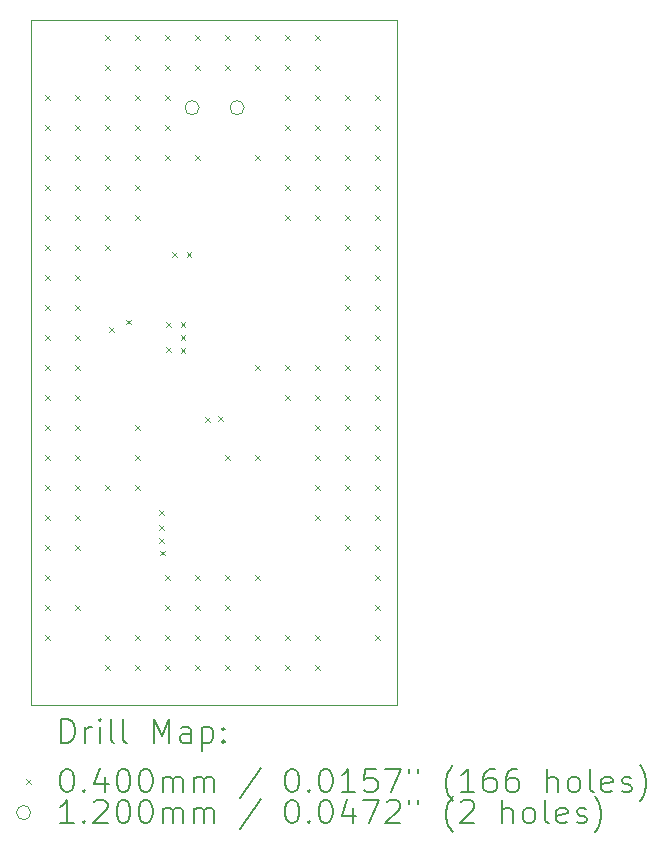
<source format=gbr>
%TF.GenerationSoftware,KiCad,Pcbnew,8.0.5*%
%TF.CreationDate,2024-10-23T21:05:44+02:00*%
%TF.ProjectId,battEliminator,62617474-456c-4696-9d69-6e61746f722e,0.2*%
%TF.SameCoordinates,Original*%
%TF.FileFunction,Drillmap*%
%TF.FilePolarity,Positive*%
%FSLAX45Y45*%
G04 Gerber Fmt 4.5, Leading zero omitted, Abs format (unit mm)*
G04 Created by KiCad (PCBNEW 8.0.5) date 2024-10-23 21:05:44*
%MOMM*%
%LPD*%
G01*
G04 APERTURE LIST*
%ADD10C,0.100000*%
%ADD11C,0.200000*%
%ADD12C,0.120000*%
G04 APERTURE END LIST*
D10*
X11225000Y-8675000D02*
X14325000Y-8675000D01*
X14325000Y-14475000D01*
X11225000Y-14475000D01*
X11225000Y-8675000D01*
D11*
D10*
X11343786Y-9308500D02*
X11383786Y-9348500D01*
X11383786Y-9308500D02*
X11343786Y-9348500D01*
X11343786Y-9562500D02*
X11383786Y-9602500D01*
X11383786Y-9562500D02*
X11343786Y-9602500D01*
X11343786Y-9816500D02*
X11383786Y-9856500D01*
X11383786Y-9816500D02*
X11343786Y-9856500D01*
X11343786Y-10070500D02*
X11383786Y-10110500D01*
X11383786Y-10070500D02*
X11343786Y-10110500D01*
X11343786Y-10324500D02*
X11383786Y-10364500D01*
X11383786Y-10324500D02*
X11343786Y-10364500D01*
X11343786Y-10578500D02*
X11383786Y-10618500D01*
X11383786Y-10578500D02*
X11343786Y-10618500D01*
X11343786Y-10832500D02*
X11383786Y-10872500D01*
X11383786Y-10832500D02*
X11343786Y-10872500D01*
X11343786Y-11086500D02*
X11383786Y-11126500D01*
X11383786Y-11086500D02*
X11343786Y-11126500D01*
X11343786Y-11340500D02*
X11383786Y-11380500D01*
X11383786Y-11340500D02*
X11343786Y-11380500D01*
X11343786Y-11594500D02*
X11383786Y-11634500D01*
X11383786Y-11594500D02*
X11343786Y-11634500D01*
X11343786Y-11848500D02*
X11383786Y-11888500D01*
X11383786Y-11848500D02*
X11343786Y-11888500D01*
X11343786Y-12102500D02*
X11383786Y-12142500D01*
X11383786Y-12102500D02*
X11343786Y-12142500D01*
X11343786Y-12356500D02*
X11383786Y-12396500D01*
X11383786Y-12356500D02*
X11343786Y-12396500D01*
X11343786Y-12610500D02*
X11383786Y-12650500D01*
X11383786Y-12610500D02*
X11343786Y-12650500D01*
X11343786Y-12864500D02*
X11383786Y-12904500D01*
X11383786Y-12864500D02*
X11343786Y-12904500D01*
X11343786Y-13118500D02*
X11383786Y-13158500D01*
X11383786Y-13118500D02*
X11343786Y-13158500D01*
X11343786Y-13372500D02*
X11383786Y-13412500D01*
X11383786Y-13372500D02*
X11343786Y-13412500D01*
X11343786Y-13626500D02*
X11383786Y-13666500D01*
X11383786Y-13626500D02*
X11343786Y-13666500D01*
X11343786Y-13880500D02*
X11383786Y-13920500D01*
X11383786Y-13880500D02*
X11343786Y-13920500D01*
X11597786Y-9308500D02*
X11637786Y-9348500D01*
X11637786Y-9308500D02*
X11597786Y-9348500D01*
X11597786Y-9562500D02*
X11637786Y-9602500D01*
X11637786Y-9562500D02*
X11597786Y-9602500D01*
X11597786Y-9816500D02*
X11637786Y-9856500D01*
X11637786Y-9816500D02*
X11597786Y-9856500D01*
X11597786Y-10070500D02*
X11637786Y-10110500D01*
X11637786Y-10070500D02*
X11597786Y-10110500D01*
X11597786Y-10324500D02*
X11637786Y-10364500D01*
X11637786Y-10324500D02*
X11597786Y-10364500D01*
X11597786Y-10578500D02*
X11637786Y-10618500D01*
X11637786Y-10578500D02*
X11597786Y-10618500D01*
X11597786Y-10832500D02*
X11637786Y-10872500D01*
X11637786Y-10832500D02*
X11597786Y-10872500D01*
X11597786Y-11086500D02*
X11637786Y-11126500D01*
X11637786Y-11086500D02*
X11597786Y-11126500D01*
X11597786Y-11340500D02*
X11637786Y-11380500D01*
X11637786Y-11340500D02*
X11597786Y-11380500D01*
X11597786Y-11594500D02*
X11637786Y-11634500D01*
X11637786Y-11594500D02*
X11597786Y-11634500D01*
X11597786Y-11848500D02*
X11637786Y-11888500D01*
X11637786Y-11848500D02*
X11597786Y-11888500D01*
X11597786Y-12102500D02*
X11637786Y-12142500D01*
X11637786Y-12102500D02*
X11597786Y-12142500D01*
X11597786Y-12356500D02*
X11637786Y-12396500D01*
X11637786Y-12356500D02*
X11597786Y-12396500D01*
X11597786Y-12610500D02*
X11637786Y-12650500D01*
X11637786Y-12610500D02*
X11597786Y-12650500D01*
X11597786Y-12864500D02*
X11637786Y-12904500D01*
X11637786Y-12864500D02*
X11597786Y-12904500D01*
X11597786Y-13118500D02*
X11637786Y-13158500D01*
X11637786Y-13118500D02*
X11597786Y-13158500D01*
X11597786Y-13626500D02*
X11637786Y-13666500D01*
X11637786Y-13626500D02*
X11597786Y-13666500D01*
X11851786Y-8800500D02*
X11891786Y-8840500D01*
X11891786Y-8800500D02*
X11851786Y-8840500D01*
X11851786Y-9054500D02*
X11891786Y-9094500D01*
X11891786Y-9054500D02*
X11851786Y-9094500D01*
X11851786Y-9308500D02*
X11891786Y-9348500D01*
X11891786Y-9308500D02*
X11851786Y-9348500D01*
X11851786Y-9562500D02*
X11891786Y-9602500D01*
X11891786Y-9562500D02*
X11851786Y-9602500D01*
X11851786Y-9816500D02*
X11891786Y-9856500D01*
X11891786Y-9816500D02*
X11851786Y-9856500D01*
X11851786Y-10070500D02*
X11891786Y-10110500D01*
X11891786Y-10070500D02*
X11851786Y-10110500D01*
X11851786Y-10324500D02*
X11891786Y-10364500D01*
X11891786Y-10324500D02*
X11851786Y-10364500D01*
X11851786Y-10578500D02*
X11891786Y-10618500D01*
X11891786Y-10578500D02*
X11851786Y-10618500D01*
X11851786Y-12610500D02*
X11891786Y-12650500D01*
X11891786Y-12610500D02*
X11851786Y-12650500D01*
X11851786Y-13880500D02*
X11891786Y-13920500D01*
X11891786Y-13880500D02*
X11851786Y-13920500D01*
X11851786Y-14134500D02*
X11891786Y-14174500D01*
X11891786Y-14134500D02*
X11851786Y-14174500D01*
X11885000Y-11275000D02*
X11925000Y-11315000D01*
X11925000Y-11275000D02*
X11885000Y-11315000D01*
X12030000Y-11210000D02*
X12070000Y-11250000D01*
X12070000Y-11210000D02*
X12030000Y-11250000D01*
X12105786Y-8800500D02*
X12145786Y-8840500D01*
X12145786Y-8800500D02*
X12105786Y-8840500D01*
X12105786Y-9054500D02*
X12145786Y-9094500D01*
X12145786Y-9054500D02*
X12105786Y-9094500D01*
X12105786Y-9308500D02*
X12145786Y-9348500D01*
X12145786Y-9308500D02*
X12105786Y-9348500D01*
X12105786Y-9562500D02*
X12145786Y-9602500D01*
X12145786Y-9562500D02*
X12105786Y-9602500D01*
X12105786Y-9816500D02*
X12145786Y-9856500D01*
X12145786Y-9816500D02*
X12105786Y-9856500D01*
X12105786Y-10070500D02*
X12145786Y-10110500D01*
X12145786Y-10070500D02*
X12105786Y-10110500D01*
X12105786Y-10324500D02*
X12145786Y-10364500D01*
X12145786Y-10324500D02*
X12105786Y-10364500D01*
X12105786Y-12102500D02*
X12145786Y-12142500D01*
X12145786Y-12102500D02*
X12105786Y-12142500D01*
X12105786Y-12356500D02*
X12145786Y-12396500D01*
X12145786Y-12356500D02*
X12105786Y-12396500D01*
X12105786Y-12610500D02*
X12145786Y-12650500D01*
X12145786Y-12610500D02*
X12105786Y-12650500D01*
X12105786Y-13880500D02*
X12145786Y-13920500D01*
X12145786Y-13880500D02*
X12105786Y-13920500D01*
X12105786Y-14134500D02*
X12145786Y-14174500D01*
X12145786Y-14134500D02*
X12105786Y-14174500D01*
X12310000Y-12820000D02*
X12350000Y-12860000D01*
X12350000Y-12820000D02*
X12310000Y-12860000D01*
X12310000Y-12950000D02*
X12350000Y-12990000D01*
X12350000Y-12950000D02*
X12310000Y-12990000D01*
X12310000Y-13060000D02*
X12350000Y-13100000D01*
X12350000Y-13060000D02*
X12310000Y-13100000D01*
X12315000Y-13165000D02*
X12355000Y-13205000D01*
X12355000Y-13165000D02*
X12315000Y-13205000D01*
X12359786Y-8800500D02*
X12399786Y-8840500D01*
X12399786Y-8800500D02*
X12359786Y-8840500D01*
X12359786Y-9054500D02*
X12399786Y-9094500D01*
X12399786Y-9054500D02*
X12359786Y-9094500D01*
X12359786Y-9308500D02*
X12399786Y-9348500D01*
X12399786Y-9308500D02*
X12359786Y-9348500D01*
X12359786Y-9562500D02*
X12399786Y-9602500D01*
X12399786Y-9562500D02*
X12359786Y-9602500D01*
X12359786Y-9816500D02*
X12399786Y-9856500D01*
X12399786Y-9816500D02*
X12359786Y-9856500D01*
X12359786Y-13372500D02*
X12399786Y-13412500D01*
X12399786Y-13372500D02*
X12359786Y-13412500D01*
X12359786Y-13626500D02*
X12399786Y-13666500D01*
X12399786Y-13626500D02*
X12359786Y-13666500D01*
X12359786Y-13880500D02*
X12399786Y-13920500D01*
X12399786Y-13880500D02*
X12359786Y-13920500D01*
X12359786Y-14134500D02*
X12399786Y-14174500D01*
X12399786Y-14134500D02*
X12359786Y-14174500D01*
X12365000Y-11445000D02*
X12405000Y-11485000D01*
X12405000Y-11445000D02*
X12365000Y-11485000D01*
X12367206Y-11231480D02*
X12407206Y-11271480D01*
X12407206Y-11231480D02*
X12367206Y-11271480D01*
X12420000Y-10640000D02*
X12460000Y-10680000D01*
X12460000Y-10640000D02*
X12420000Y-10680000D01*
X12490000Y-11230000D02*
X12530000Y-11270000D01*
X12530000Y-11230000D02*
X12490000Y-11270000D01*
X12490000Y-11340000D02*
X12530000Y-11380000D01*
X12530000Y-11340000D02*
X12490000Y-11380000D01*
X12490000Y-11450000D02*
X12530000Y-11490000D01*
X12530000Y-11450000D02*
X12490000Y-11490000D01*
X12540000Y-10640000D02*
X12580000Y-10680000D01*
X12580000Y-10640000D02*
X12540000Y-10680000D01*
X12613786Y-8800500D02*
X12653786Y-8840500D01*
X12653786Y-8800500D02*
X12613786Y-8840500D01*
X12613786Y-9054500D02*
X12653786Y-9094500D01*
X12653786Y-9054500D02*
X12613786Y-9094500D01*
X12613786Y-9816500D02*
X12653786Y-9856500D01*
X12653786Y-9816500D02*
X12613786Y-9856500D01*
X12613786Y-13372500D02*
X12653786Y-13412500D01*
X12653786Y-13372500D02*
X12613786Y-13412500D01*
X12613786Y-13626500D02*
X12653786Y-13666500D01*
X12653786Y-13626500D02*
X12613786Y-13666500D01*
X12613786Y-13880500D02*
X12653786Y-13920500D01*
X12653786Y-13880500D02*
X12613786Y-13920500D01*
X12613786Y-14134500D02*
X12653786Y-14174500D01*
X12653786Y-14134500D02*
X12613786Y-14174500D01*
X12695000Y-12035000D02*
X12735000Y-12075000D01*
X12735000Y-12035000D02*
X12695000Y-12075000D01*
X12805000Y-12025000D02*
X12845000Y-12065000D01*
X12845000Y-12025000D02*
X12805000Y-12065000D01*
X12867786Y-8800500D02*
X12907786Y-8840500D01*
X12907786Y-8800500D02*
X12867786Y-8840500D01*
X12867786Y-9054500D02*
X12907786Y-9094500D01*
X12907786Y-9054500D02*
X12867786Y-9094500D01*
X12867786Y-12356500D02*
X12907786Y-12396500D01*
X12907786Y-12356500D02*
X12867786Y-12396500D01*
X12867786Y-13372500D02*
X12907786Y-13412500D01*
X12907786Y-13372500D02*
X12867786Y-13412500D01*
X12867786Y-13626500D02*
X12907786Y-13666500D01*
X12907786Y-13626500D02*
X12867786Y-13666500D01*
X12867786Y-13880500D02*
X12907786Y-13920500D01*
X12907786Y-13880500D02*
X12867786Y-13920500D01*
X12867786Y-14134500D02*
X12907786Y-14174500D01*
X12907786Y-14134500D02*
X12867786Y-14174500D01*
X13121786Y-8800500D02*
X13161786Y-8840500D01*
X13161786Y-8800500D02*
X13121786Y-8840500D01*
X13121786Y-9054500D02*
X13161786Y-9094500D01*
X13161786Y-9054500D02*
X13121786Y-9094500D01*
X13121786Y-9816500D02*
X13161786Y-9856500D01*
X13161786Y-9816500D02*
X13121786Y-9856500D01*
X13121786Y-11594500D02*
X13161786Y-11634500D01*
X13161786Y-11594500D02*
X13121786Y-11634500D01*
X13121786Y-12356500D02*
X13161786Y-12396500D01*
X13161786Y-12356500D02*
X13121786Y-12396500D01*
X13121786Y-13372500D02*
X13161786Y-13412500D01*
X13161786Y-13372500D02*
X13121786Y-13412500D01*
X13121786Y-13880500D02*
X13161786Y-13920500D01*
X13161786Y-13880500D02*
X13121786Y-13920500D01*
X13121786Y-14134500D02*
X13161786Y-14174500D01*
X13161786Y-14134500D02*
X13121786Y-14174500D01*
X13375786Y-8800500D02*
X13415786Y-8840500D01*
X13415786Y-8800500D02*
X13375786Y-8840500D01*
X13375786Y-9054500D02*
X13415786Y-9094500D01*
X13415786Y-9054500D02*
X13375786Y-9094500D01*
X13375786Y-9308500D02*
X13415786Y-9348500D01*
X13415786Y-9308500D02*
X13375786Y-9348500D01*
X13375786Y-9562500D02*
X13415786Y-9602500D01*
X13415786Y-9562500D02*
X13375786Y-9602500D01*
X13375786Y-9816500D02*
X13415786Y-9856500D01*
X13415786Y-9816500D02*
X13375786Y-9856500D01*
X13375786Y-10070500D02*
X13415786Y-10110500D01*
X13415786Y-10070500D02*
X13375786Y-10110500D01*
X13375786Y-10324500D02*
X13415786Y-10364500D01*
X13415786Y-10324500D02*
X13375786Y-10364500D01*
X13375786Y-11594500D02*
X13415786Y-11634500D01*
X13415786Y-11594500D02*
X13375786Y-11634500D01*
X13375786Y-11848500D02*
X13415786Y-11888500D01*
X13415786Y-11848500D02*
X13375786Y-11888500D01*
X13375786Y-13880500D02*
X13415786Y-13920500D01*
X13415786Y-13880500D02*
X13375786Y-13920500D01*
X13375786Y-14134500D02*
X13415786Y-14174500D01*
X13415786Y-14134500D02*
X13375786Y-14174500D01*
X13629786Y-8800500D02*
X13669786Y-8840500D01*
X13669786Y-8800500D02*
X13629786Y-8840500D01*
X13629786Y-9054500D02*
X13669786Y-9094500D01*
X13669786Y-9054500D02*
X13629786Y-9094500D01*
X13629786Y-9308500D02*
X13669786Y-9348500D01*
X13669786Y-9308500D02*
X13629786Y-9348500D01*
X13629786Y-9562500D02*
X13669786Y-9602500D01*
X13669786Y-9562500D02*
X13629786Y-9602500D01*
X13629786Y-9816500D02*
X13669786Y-9856500D01*
X13669786Y-9816500D02*
X13629786Y-9856500D01*
X13629786Y-10070500D02*
X13669786Y-10110500D01*
X13669786Y-10070500D02*
X13629786Y-10110500D01*
X13629786Y-10324500D02*
X13669786Y-10364500D01*
X13669786Y-10324500D02*
X13629786Y-10364500D01*
X13629786Y-11594500D02*
X13669786Y-11634500D01*
X13669786Y-11594500D02*
X13629786Y-11634500D01*
X13629786Y-11848500D02*
X13669786Y-11888500D01*
X13669786Y-11848500D02*
X13629786Y-11888500D01*
X13629786Y-12102500D02*
X13669786Y-12142500D01*
X13669786Y-12102500D02*
X13629786Y-12142500D01*
X13629786Y-12356500D02*
X13669786Y-12396500D01*
X13669786Y-12356500D02*
X13629786Y-12396500D01*
X13629786Y-12610500D02*
X13669786Y-12650500D01*
X13669786Y-12610500D02*
X13629786Y-12650500D01*
X13629786Y-12864500D02*
X13669786Y-12904500D01*
X13669786Y-12864500D02*
X13629786Y-12904500D01*
X13629786Y-13880500D02*
X13669786Y-13920500D01*
X13669786Y-13880500D02*
X13629786Y-13920500D01*
X13629786Y-14134500D02*
X13669786Y-14174500D01*
X13669786Y-14134500D02*
X13629786Y-14174500D01*
X13883786Y-9308500D02*
X13923786Y-9348500D01*
X13923786Y-9308500D02*
X13883786Y-9348500D01*
X13883786Y-9562500D02*
X13923786Y-9602500D01*
X13923786Y-9562500D02*
X13883786Y-9602500D01*
X13883786Y-9816500D02*
X13923786Y-9856500D01*
X13923786Y-9816500D02*
X13883786Y-9856500D01*
X13883786Y-10070500D02*
X13923786Y-10110500D01*
X13923786Y-10070500D02*
X13883786Y-10110500D01*
X13883786Y-10324500D02*
X13923786Y-10364500D01*
X13923786Y-10324500D02*
X13883786Y-10364500D01*
X13883786Y-10578500D02*
X13923786Y-10618500D01*
X13923786Y-10578500D02*
X13883786Y-10618500D01*
X13883786Y-10832500D02*
X13923786Y-10872500D01*
X13923786Y-10832500D02*
X13883786Y-10872500D01*
X13883786Y-11086500D02*
X13923786Y-11126500D01*
X13923786Y-11086500D02*
X13883786Y-11126500D01*
X13883786Y-11340500D02*
X13923786Y-11380500D01*
X13923786Y-11340500D02*
X13883786Y-11380500D01*
X13883786Y-11594500D02*
X13923786Y-11634500D01*
X13923786Y-11594500D02*
X13883786Y-11634500D01*
X13883786Y-11848500D02*
X13923786Y-11888500D01*
X13923786Y-11848500D02*
X13883786Y-11888500D01*
X13883786Y-12102500D02*
X13923786Y-12142500D01*
X13923786Y-12102500D02*
X13883786Y-12142500D01*
X13883786Y-12356500D02*
X13923786Y-12396500D01*
X13923786Y-12356500D02*
X13883786Y-12396500D01*
X13883786Y-12610500D02*
X13923786Y-12650500D01*
X13923786Y-12610500D02*
X13883786Y-12650500D01*
X13883786Y-12864500D02*
X13923786Y-12904500D01*
X13923786Y-12864500D02*
X13883786Y-12904500D01*
X13883786Y-13118500D02*
X13923786Y-13158500D01*
X13923786Y-13118500D02*
X13883786Y-13158500D01*
X14137786Y-9308500D02*
X14177786Y-9348500D01*
X14177786Y-9308500D02*
X14137786Y-9348500D01*
X14137786Y-9562500D02*
X14177786Y-9602500D01*
X14177786Y-9562500D02*
X14137786Y-9602500D01*
X14137786Y-9816500D02*
X14177786Y-9856500D01*
X14177786Y-9816500D02*
X14137786Y-9856500D01*
X14137786Y-10070500D02*
X14177786Y-10110500D01*
X14177786Y-10070500D02*
X14137786Y-10110500D01*
X14137786Y-10324500D02*
X14177786Y-10364500D01*
X14177786Y-10324500D02*
X14137786Y-10364500D01*
X14137786Y-10578500D02*
X14177786Y-10618500D01*
X14177786Y-10578500D02*
X14137786Y-10618500D01*
X14137786Y-10832500D02*
X14177786Y-10872500D01*
X14177786Y-10832500D02*
X14137786Y-10872500D01*
X14137786Y-11086500D02*
X14177786Y-11126500D01*
X14177786Y-11086500D02*
X14137786Y-11126500D01*
X14137786Y-11340500D02*
X14177786Y-11380500D01*
X14177786Y-11340500D02*
X14137786Y-11380500D01*
X14137786Y-11594500D02*
X14177786Y-11634500D01*
X14177786Y-11594500D02*
X14137786Y-11634500D01*
X14137786Y-11848500D02*
X14177786Y-11888500D01*
X14177786Y-11848500D02*
X14137786Y-11888500D01*
X14137786Y-12102500D02*
X14177786Y-12142500D01*
X14177786Y-12102500D02*
X14137786Y-12142500D01*
X14137786Y-12356500D02*
X14177786Y-12396500D01*
X14177786Y-12356500D02*
X14137786Y-12396500D01*
X14137786Y-12610500D02*
X14177786Y-12650500D01*
X14177786Y-12610500D02*
X14137786Y-12650500D01*
X14137786Y-12864500D02*
X14177786Y-12904500D01*
X14177786Y-12864500D02*
X14137786Y-12904500D01*
X14137786Y-13118500D02*
X14177786Y-13158500D01*
X14177786Y-13118500D02*
X14137786Y-13158500D01*
X14137786Y-13372500D02*
X14177786Y-13412500D01*
X14177786Y-13372500D02*
X14137786Y-13412500D01*
X14137786Y-13626500D02*
X14177786Y-13666500D01*
X14177786Y-13626500D02*
X14137786Y-13666500D01*
X14137786Y-13880500D02*
X14177786Y-13920500D01*
X14177786Y-13880500D02*
X14137786Y-13920500D01*
D12*
X12646250Y-9415750D02*
G75*
G02*
X12526250Y-9415750I-60000J0D01*
G01*
X12526250Y-9415750D02*
G75*
G02*
X12646250Y-9415750I60000J0D01*
G01*
X13027250Y-9415750D02*
G75*
G02*
X12907250Y-9415750I-60000J0D01*
G01*
X12907250Y-9415750D02*
G75*
G02*
X13027250Y-9415750I60000J0D01*
G01*
D11*
X11480777Y-14791484D02*
X11480777Y-14591484D01*
X11480777Y-14591484D02*
X11528396Y-14591484D01*
X11528396Y-14591484D02*
X11556967Y-14601008D01*
X11556967Y-14601008D02*
X11576015Y-14620055D01*
X11576015Y-14620055D02*
X11585539Y-14639103D01*
X11585539Y-14639103D02*
X11595062Y-14677198D01*
X11595062Y-14677198D02*
X11595062Y-14705769D01*
X11595062Y-14705769D02*
X11585539Y-14743865D01*
X11585539Y-14743865D02*
X11576015Y-14762912D01*
X11576015Y-14762912D02*
X11556967Y-14781960D01*
X11556967Y-14781960D02*
X11528396Y-14791484D01*
X11528396Y-14791484D02*
X11480777Y-14791484D01*
X11680777Y-14791484D02*
X11680777Y-14658150D01*
X11680777Y-14696246D02*
X11690301Y-14677198D01*
X11690301Y-14677198D02*
X11699824Y-14667674D01*
X11699824Y-14667674D02*
X11718872Y-14658150D01*
X11718872Y-14658150D02*
X11737920Y-14658150D01*
X11804586Y-14791484D02*
X11804586Y-14658150D01*
X11804586Y-14591484D02*
X11795062Y-14601008D01*
X11795062Y-14601008D02*
X11804586Y-14610531D01*
X11804586Y-14610531D02*
X11814110Y-14601008D01*
X11814110Y-14601008D02*
X11804586Y-14591484D01*
X11804586Y-14591484D02*
X11804586Y-14610531D01*
X11928396Y-14791484D02*
X11909348Y-14781960D01*
X11909348Y-14781960D02*
X11899824Y-14762912D01*
X11899824Y-14762912D02*
X11899824Y-14591484D01*
X12033158Y-14791484D02*
X12014110Y-14781960D01*
X12014110Y-14781960D02*
X12004586Y-14762912D01*
X12004586Y-14762912D02*
X12004586Y-14591484D01*
X12261729Y-14791484D02*
X12261729Y-14591484D01*
X12261729Y-14591484D02*
X12328396Y-14734341D01*
X12328396Y-14734341D02*
X12395062Y-14591484D01*
X12395062Y-14591484D02*
X12395062Y-14791484D01*
X12576015Y-14791484D02*
X12576015Y-14686722D01*
X12576015Y-14686722D02*
X12566491Y-14667674D01*
X12566491Y-14667674D02*
X12547443Y-14658150D01*
X12547443Y-14658150D02*
X12509348Y-14658150D01*
X12509348Y-14658150D02*
X12490301Y-14667674D01*
X12576015Y-14781960D02*
X12556967Y-14791484D01*
X12556967Y-14791484D02*
X12509348Y-14791484D01*
X12509348Y-14791484D02*
X12490301Y-14781960D01*
X12490301Y-14781960D02*
X12480777Y-14762912D01*
X12480777Y-14762912D02*
X12480777Y-14743865D01*
X12480777Y-14743865D02*
X12490301Y-14724817D01*
X12490301Y-14724817D02*
X12509348Y-14715293D01*
X12509348Y-14715293D02*
X12556967Y-14715293D01*
X12556967Y-14715293D02*
X12576015Y-14705769D01*
X12671253Y-14658150D02*
X12671253Y-14858150D01*
X12671253Y-14667674D02*
X12690301Y-14658150D01*
X12690301Y-14658150D02*
X12728396Y-14658150D01*
X12728396Y-14658150D02*
X12747443Y-14667674D01*
X12747443Y-14667674D02*
X12756967Y-14677198D01*
X12756967Y-14677198D02*
X12766491Y-14696246D01*
X12766491Y-14696246D02*
X12766491Y-14753388D01*
X12766491Y-14753388D02*
X12756967Y-14772436D01*
X12756967Y-14772436D02*
X12747443Y-14781960D01*
X12747443Y-14781960D02*
X12728396Y-14791484D01*
X12728396Y-14791484D02*
X12690301Y-14791484D01*
X12690301Y-14791484D02*
X12671253Y-14781960D01*
X12852205Y-14772436D02*
X12861729Y-14781960D01*
X12861729Y-14781960D02*
X12852205Y-14791484D01*
X12852205Y-14791484D02*
X12842682Y-14781960D01*
X12842682Y-14781960D02*
X12852205Y-14772436D01*
X12852205Y-14772436D02*
X12852205Y-14791484D01*
X12852205Y-14667674D02*
X12861729Y-14677198D01*
X12861729Y-14677198D02*
X12852205Y-14686722D01*
X12852205Y-14686722D02*
X12842682Y-14677198D01*
X12842682Y-14677198D02*
X12852205Y-14667674D01*
X12852205Y-14667674D02*
X12852205Y-14686722D01*
D10*
X11180000Y-15100000D02*
X11220000Y-15140000D01*
X11220000Y-15100000D02*
X11180000Y-15140000D01*
D11*
X11518872Y-15011484D02*
X11537920Y-15011484D01*
X11537920Y-15011484D02*
X11556967Y-15021008D01*
X11556967Y-15021008D02*
X11566491Y-15030531D01*
X11566491Y-15030531D02*
X11576015Y-15049579D01*
X11576015Y-15049579D02*
X11585539Y-15087674D01*
X11585539Y-15087674D02*
X11585539Y-15135293D01*
X11585539Y-15135293D02*
X11576015Y-15173388D01*
X11576015Y-15173388D02*
X11566491Y-15192436D01*
X11566491Y-15192436D02*
X11556967Y-15201960D01*
X11556967Y-15201960D02*
X11537920Y-15211484D01*
X11537920Y-15211484D02*
X11518872Y-15211484D01*
X11518872Y-15211484D02*
X11499824Y-15201960D01*
X11499824Y-15201960D02*
X11490301Y-15192436D01*
X11490301Y-15192436D02*
X11480777Y-15173388D01*
X11480777Y-15173388D02*
X11471253Y-15135293D01*
X11471253Y-15135293D02*
X11471253Y-15087674D01*
X11471253Y-15087674D02*
X11480777Y-15049579D01*
X11480777Y-15049579D02*
X11490301Y-15030531D01*
X11490301Y-15030531D02*
X11499824Y-15021008D01*
X11499824Y-15021008D02*
X11518872Y-15011484D01*
X11671253Y-15192436D02*
X11680777Y-15201960D01*
X11680777Y-15201960D02*
X11671253Y-15211484D01*
X11671253Y-15211484D02*
X11661729Y-15201960D01*
X11661729Y-15201960D02*
X11671253Y-15192436D01*
X11671253Y-15192436D02*
X11671253Y-15211484D01*
X11852205Y-15078150D02*
X11852205Y-15211484D01*
X11804586Y-15001960D02*
X11756967Y-15144817D01*
X11756967Y-15144817D02*
X11880777Y-15144817D01*
X11995062Y-15011484D02*
X12014110Y-15011484D01*
X12014110Y-15011484D02*
X12033158Y-15021008D01*
X12033158Y-15021008D02*
X12042682Y-15030531D01*
X12042682Y-15030531D02*
X12052205Y-15049579D01*
X12052205Y-15049579D02*
X12061729Y-15087674D01*
X12061729Y-15087674D02*
X12061729Y-15135293D01*
X12061729Y-15135293D02*
X12052205Y-15173388D01*
X12052205Y-15173388D02*
X12042682Y-15192436D01*
X12042682Y-15192436D02*
X12033158Y-15201960D01*
X12033158Y-15201960D02*
X12014110Y-15211484D01*
X12014110Y-15211484D02*
X11995062Y-15211484D01*
X11995062Y-15211484D02*
X11976015Y-15201960D01*
X11976015Y-15201960D02*
X11966491Y-15192436D01*
X11966491Y-15192436D02*
X11956967Y-15173388D01*
X11956967Y-15173388D02*
X11947443Y-15135293D01*
X11947443Y-15135293D02*
X11947443Y-15087674D01*
X11947443Y-15087674D02*
X11956967Y-15049579D01*
X11956967Y-15049579D02*
X11966491Y-15030531D01*
X11966491Y-15030531D02*
X11976015Y-15021008D01*
X11976015Y-15021008D02*
X11995062Y-15011484D01*
X12185539Y-15011484D02*
X12204586Y-15011484D01*
X12204586Y-15011484D02*
X12223634Y-15021008D01*
X12223634Y-15021008D02*
X12233158Y-15030531D01*
X12233158Y-15030531D02*
X12242682Y-15049579D01*
X12242682Y-15049579D02*
X12252205Y-15087674D01*
X12252205Y-15087674D02*
X12252205Y-15135293D01*
X12252205Y-15135293D02*
X12242682Y-15173388D01*
X12242682Y-15173388D02*
X12233158Y-15192436D01*
X12233158Y-15192436D02*
X12223634Y-15201960D01*
X12223634Y-15201960D02*
X12204586Y-15211484D01*
X12204586Y-15211484D02*
X12185539Y-15211484D01*
X12185539Y-15211484D02*
X12166491Y-15201960D01*
X12166491Y-15201960D02*
X12156967Y-15192436D01*
X12156967Y-15192436D02*
X12147443Y-15173388D01*
X12147443Y-15173388D02*
X12137920Y-15135293D01*
X12137920Y-15135293D02*
X12137920Y-15087674D01*
X12137920Y-15087674D02*
X12147443Y-15049579D01*
X12147443Y-15049579D02*
X12156967Y-15030531D01*
X12156967Y-15030531D02*
X12166491Y-15021008D01*
X12166491Y-15021008D02*
X12185539Y-15011484D01*
X12337920Y-15211484D02*
X12337920Y-15078150D01*
X12337920Y-15097198D02*
X12347443Y-15087674D01*
X12347443Y-15087674D02*
X12366491Y-15078150D01*
X12366491Y-15078150D02*
X12395063Y-15078150D01*
X12395063Y-15078150D02*
X12414110Y-15087674D01*
X12414110Y-15087674D02*
X12423634Y-15106722D01*
X12423634Y-15106722D02*
X12423634Y-15211484D01*
X12423634Y-15106722D02*
X12433158Y-15087674D01*
X12433158Y-15087674D02*
X12452205Y-15078150D01*
X12452205Y-15078150D02*
X12480777Y-15078150D01*
X12480777Y-15078150D02*
X12499824Y-15087674D01*
X12499824Y-15087674D02*
X12509348Y-15106722D01*
X12509348Y-15106722D02*
X12509348Y-15211484D01*
X12604586Y-15211484D02*
X12604586Y-15078150D01*
X12604586Y-15097198D02*
X12614110Y-15087674D01*
X12614110Y-15087674D02*
X12633158Y-15078150D01*
X12633158Y-15078150D02*
X12661729Y-15078150D01*
X12661729Y-15078150D02*
X12680777Y-15087674D01*
X12680777Y-15087674D02*
X12690301Y-15106722D01*
X12690301Y-15106722D02*
X12690301Y-15211484D01*
X12690301Y-15106722D02*
X12699824Y-15087674D01*
X12699824Y-15087674D02*
X12718872Y-15078150D01*
X12718872Y-15078150D02*
X12747443Y-15078150D01*
X12747443Y-15078150D02*
X12766491Y-15087674D01*
X12766491Y-15087674D02*
X12776015Y-15106722D01*
X12776015Y-15106722D02*
X12776015Y-15211484D01*
X13166491Y-15001960D02*
X12995063Y-15259103D01*
X13423634Y-15011484D02*
X13442682Y-15011484D01*
X13442682Y-15011484D02*
X13461729Y-15021008D01*
X13461729Y-15021008D02*
X13471253Y-15030531D01*
X13471253Y-15030531D02*
X13480777Y-15049579D01*
X13480777Y-15049579D02*
X13490301Y-15087674D01*
X13490301Y-15087674D02*
X13490301Y-15135293D01*
X13490301Y-15135293D02*
X13480777Y-15173388D01*
X13480777Y-15173388D02*
X13471253Y-15192436D01*
X13471253Y-15192436D02*
X13461729Y-15201960D01*
X13461729Y-15201960D02*
X13442682Y-15211484D01*
X13442682Y-15211484D02*
X13423634Y-15211484D01*
X13423634Y-15211484D02*
X13404586Y-15201960D01*
X13404586Y-15201960D02*
X13395063Y-15192436D01*
X13395063Y-15192436D02*
X13385539Y-15173388D01*
X13385539Y-15173388D02*
X13376015Y-15135293D01*
X13376015Y-15135293D02*
X13376015Y-15087674D01*
X13376015Y-15087674D02*
X13385539Y-15049579D01*
X13385539Y-15049579D02*
X13395063Y-15030531D01*
X13395063Y-15030531D02*
X13404586Y-15021008D01*
X13404586Y-15021008D02*
X13423634Y-15011484D01*
X13576015Y-15192436D02*
X13585539Y-15201960D01*
X13585539Y-15201960D02*
X13576015Y-15211484D01*
X13576015Y-15211484D02*
X13566491Y-15201960D01*
X13566491Y-15201960D02*
X13576015Y-15192436D01*
X13576015Y-15192436D02*
X13576015Y-15211484D01*
X13709348Y-15011484D02*
X13728396Y-15011484D01*
X13728396Y-15011484D02*
X13747444Y-15021008D01*
X13747444Y-15021008D02*
X13756967Y-15030531D01*
X13756967Y-15030531D02*
X13766491Y-15049579D01*
X13766491Y-15049579D02*
X13776015Y-15087674D01*
X13776015Y-15087674D02*
X13776015Y-15135293D01*
X13776015Y-15135293D02*
X13766491Y-15173388D01*
X13766491Y-15173388D02*
X13756967Y-15192436D01*
X13756967Y-15192436D02*
X13747444Y-15201960D01*
X13747444Y-15201960D02*
X13728396Y-15211484D01*
X13728396Y-15211484D02*
X13709348Y-15211484D01*
X13709348Y-15211484D02*
X13690301Y-15201960D01*
X13690301Y-15201960D02*
X13680777Y-15192436D01*
X13680777Y-15192436D02*
X13671253Y-15173388D01*
X13671253Y-15173388D02*
X13661729Y-15135293D01*
X13661729Y-15135293D02*
X13661729Y-15087674D01*
X13661729Y-15087674D02*
X13671253Y-15049579D01*
X13671253Y-15049579D02*
X13680777Y-15030531D01*
X13680777Y-15030531D02*
X13690301Y-15021008D01*
X13690301Y-15021008D02*
X13709348Y-15011484D01*
X13966491Y-15211484D02*
X13852206Y-15211484D01*
X13909348Y-15211484D02*
X13909348Y-15011484D01*
X13909348Y-15011484D02*
X13890301Y-15040055D01*
X13890301Y-15040055D02*
X13871253Y-15059103D01*
X13871253Y-15059103D02*
X13852206Y-15068627D01*
X14147444Y-15011484D02*
X14052206Y-15011484D01*
X14052206Y-15011484D02*
X14042682Y-15106722D01*
X14042682Y-15106722D02*
X14052206Y-15097198D01*
X14052206Y-15097198D02*
X14071253Y-15087674D01*
X14071253Y-15087674D02*
X14118872Y-15087674D01*
X14118872Y-15087674D02*
X14137920Y-15097198D01*
X14137920Y-15097198D02*
X14147444Y-15106722D01*
X14147444Y-15106722D02*
X14156967Y-15125769D01*
X14156967Y-15125769D02*
X14156967Y-15173388D01*
X14156967Y-15173388D02*
X14147444Y-15192436D01*
X14147444Y-15192436D02*
X14137920Y-15201960D01*
X14137920Y-15201960D02*
X14118872Y-15211484D01*
X14118872Y-15211484D02*
X14071253Y-15211484D01*
X14071253Y-15211484D02*
X14052206Y-15201960D01*
X14052206Y-15201960D02*
X14042682Y-15192436D01*
X14223634Y-15011484D02*
X14356967Y-15011484D01*
X14356967Y-15011484D02*
X14271253Y-15211484D01*
X14423634Y-15011484D02*
X14423634Y-15049579D01*
X14499825Y-15011484D02*
X14499825Y-15049579D01*
X14795063Y-15287674D02*
X14785539Y-15278150D01*
X14785539Y-15278150D02*
X14766491Y-15249579D01*
X14766491Y-15249579D02*
X14756968Y-15230531D01*
X14756968Y-15230531D02*
X14747444Y-15201960D01*
X14747444Y-15201960D02*
X14737920Y-15154341D01*
X14737920Y-15154341D02*
X14737920Y-15116246D01*
X14737920Y-15116246D02*
X14747444Y-15068627D01*
X14747444Y-15068627D02*
X14756968Y-15040055D01*
X14756968Y-15040055D02*
X14766491Y-15021008D01*
X14766491Y-15021008D02*
X14785539Y-14992436D01*
X14785539Y-14992436D02*
X14795063Y-14982912D01*
X14976015Y-15211484D02*
X14861729Y-15211484D01*
X14918872Y-15211484D02*
X14918872Y-15011484D01*
X14918872Y-15011484D02*
X14899825Y-15040055D01*
X14899825Y-15040055D02*
X14880777Y-15059103D01*
X14880777Y-15059103D02*
X14861729Y-15068627D01*
X15147444Y-15011484D02*
X15109348Y-15011484D01*
X15109348Y-15011484D02*
X15090301Y-15021008D01*
X15090301Y-15021008D02*
X15080777Y-15030531D01*
X15080777Y-15030531D02*
X15061729Y-15059103D01*
X15061729Y-15059103D02*
X15052206Y-15097198D01*
X15052206Y-15097198D02*
X15052206Y-15173388D01*
X15052206Y-15173388D02*
X15061729Y-15192436D01*
X15061729Y-15192436D02*
X15071253Y-15201960D01*
X15071253Y-15201960D02*
X15090301Y-15211484D01*
X15090301Y-15211484D02*
X15128396Y-15211484D01*
X15128396Y-15211484D02*
X15147444Y-15201960D01*
X15147444Y-15201960D02*
X15156968Y-15192436D01*
X15156968Y-15192436D02*
X15166491Y-15173388D01*
X15166491Y-15173388D02*
X15166491Y-15125769D01*
X15166491Y-15125769D02*
X15156968Y-15106722D01*
X15156968Y-15106722D02*
X15147444Y-15097198D01*
X15147444Y-15097198D02*
X15128396Y-15087674D01*
X15128396Y-15087674D02*
X15090301Y-15087674D01*
X15090301Y-15087674D02*
X15071253Y-15097198D01*
X15071253Y-15097198D02*
X15061729Y-15106722D01*
X15061729Y-15106722D02*
X15052206Y-15125769D01*
X15337920Y-15011484D02*
X15299825Y-15011484D01*
X15299825Y-15011484D02*
X15280777Y-15021008D01*
X15280777Y-15021008D02*
X15271253Y-15030531D01*
X15271253Y-15030531D02*
X15252206Y-15059103D01*
X15252206Y-15059103D02*
X15242682Y-15097198D01*
X15242682Y-15097198D02*
X15242682Y-15173388D01*
X15242682Y-15173388D02*
X15252206Y-15192436D01*
X15252206Y-15192436D02*
X15261729Y-15201960D01*
X15261729Y-15201960D02*
X15280777Y-15211484D01*
X15280777Y-15211484D02*
X15318872Y-15211484D01*
X15318872Y-15211484D02*
X15337920Y-15201960D01*
X15337920Y-15201960D02*
X15347444Y-15192436D01*
X15347444Y-15192436D02*
X15356968Y-15173388D01*
X15356968Y-15173388D02*
X15356968Y-15125769D01*
X15356968Y-15125769D02*
X15347444Y-15106722D01*
X15347444Y-15106722D02*
X15337920Y-15097198D01*
X15337920Y-15097198D02*
X15318872Y-15087674D01*
X15318872Y-15087674D02*
X15280777Y-15087674D01*
X15280777Y-15087674D02*
X15261729Y-15097198D01*
X15261729Y-15097198D02*
X15252206Y-15106722D01*
X15252206Y-15106722D02*
X15242682Y-15125769D01*
X15595063Y-15211484D02*
X15595063Y-15011484D01*
X15680777Y-15211484D02*
X15680777Y-15106722D01*
X15680777Y-15106722D02*
X15671253Y-15087674D01*
X15671253Y-15087674D02*
X15652206Y-15078150D01*
X15652206Y-15078150D02*
X15623634Y-15078150D01*
X15623634Y-15078150D02*
X15604587Y-15087674D01*
X15604587Y-15087674D02*
X15595063Y-15097198D01*
X15804587Y-15211484D02*
X15785539Y-15201960D01*
X15785539Y-15201960D02*
X15776015Y-15192436D01*
X15776015Y-15192436D02*
X15766491Y-15173388D01*
X15766491Y-15173388D02*
X15766491Y-15116246D01*
X15766491Y-15116246D02*
X15776015Y-15097198D01*
X15776015Y-15097198D02*
X15785539Y-15087674D01*
X15785539Y-15087674D02*
X15804587Y-15078150D01*
X15804587Y-15078150D02*
X15833158Y-15078150D01*
X15833158Y-15078150D02*
X15852206Y-15087674D01*
X15852206Y-15087674D02*
X15861730Y-15097198D01*
X15861730Y-15097198D02*
X15871253Y-15116246D01*
X15871253Y-15116246D02*
X15871253Y-15173388D01*
X15871253Y-15173388D02*
X15861730Y-15192436D01*
X15861730Y-15192436D02*
X15852206Y-15201960D01*
X15852206Y-15201960D02*
X15833158Y-15211484D01*
X15833158Y-15211484D02*
X15804587Y-15211484D01*
X15985539Y-15211484D02*
X15966491Y-15201960D01*
X15966491Y-15201960D02*
X15956968Y-15182912D01*
X15956968Y-15182912D02*
X15956968Y-15011484D01*
X16137920Y-15201960D02*
X16118872Y-15211484D01*
X16118872Y-15211484D02*
X16080777Y-15211484D01*
X16080777Y-15211484D02*
X16061730Y-15201960D01*
X16061730Y-15201960D02*
X16052206Y-15182912D01*
X16052206Y-15182912D02*
X16052206Y-15106722D01*
X16052206Y-15106722D02*
X16061730Y-15087674D01*
X16061730Y-15087674D02*
X16080777Y-15078150D01*
X16080777Y-15078150D02*
X16118872Y-15078150D01*
X16118872Y-15078150D02*
X16137920Y-15087674D01*
X16137920Y-15087674D02*
X16147444Y-15106722D01*
X16147444Y-15106722D02*
X16147444Y-15125769D01*
X16147444Y-15125769D02*
X16052206Y-15144817D01*
X16223634Y-15201960D02*
X16242682Y-15211484D01*
X16242682Y-15211484D02*
X16280777Y-15211484D01*
X16280777Y-15211484D02*
X16299825Y-15201960D01*
X16299825Y-15201960D02*
X16309349Y-15182912D01*
X16309349Y-15182912D02*
X16309349Y-15173388D01*
X16309349Y-15173388D02*
X16299825Y-15154341D01*
X16299825Y-15154341D02*
X16280777Y-15144817D01*
X16280777Y-15144817D02*
X16252206Y-15144817D01*
X16252206Y-15144817D02*
X16233158Y-15135293D01*
X16233158Y-15135293D02*
X16223634Y-15116246D01*
X16223634Y-15116246D02*
X16223634Y-15106722D01*
X16223634Y-15106722D02*
X16233158Y-15087674D01*
X16233158Y-15087674D02*
X16252206Y-15078150D01*
X16252206Y-15078150D02*
X16280777Y-15078150D01*
X16280777Y-15078150D02*
X16299825Y-15087674D01*
X16376015Y-15287674D02*
X16385539Y-15278150D01*
X16385539Y-15278150D02*
X16404587Y-15249579D01*
X16404587Y-15249579D02*
X16414111Y-15230531D01*
X16414111Y-15230531D02*
X16423634Y-15201960D01*
X16423634Y-15201960D02*
X16433158Y-15154341D01*
X16433158Y-15154341D02*
X16433158Y-15116246D01*
X16433158Y-15116246D02*
X16423634Y-15068627D01*
X16423634Y-15068627D02*
X16414111Y-15040055D01*
X16414111Y-15040055D02*
X16404587Y-15021008D01*
X16404587Y-15021008D02*
X16385539Y-14992436D01*
X16385539Y-14992436D02*
X16376015Y-14982912D01*
D12*
X11220000Y-15384000D02*
G75*
G02*
X11100000Y-15384000I-60000J0D01*
G01*
X11100000Y-15384000D02*
G75*
G02*
X11220000Y-15384000I60000J0D01*
G01*
D11*
X11585539Y-15475484D02*
X11471253Y-15475484D01*
X11528396Y-15475484D02*
X11528396Y-15275484D01*
X11528396Y-15275484D02*
X11509348Y-15304055D01*
X11509348Y-15304055D02*
X11490301Y-15323103D01*
X11490301Y-15323103D02*
X11471253Y-15332627D01*
X11671253Y-15456436D02*
X11680777Y-15465960D01*
X11680777Y-15465960D02*
X11671253Y-15475484D01*
X11671253Y-15475484D02*
X11661729Y-15465960D01*
X11661729Y-15465960D02*
X11671253Y-15456436D01*
X11671253Y-15456436D02*
X11671253Y-15475484D01*
X11756967Y-15294531D02*
X11766491Y-15285008D01*
X11766491Y-15285008D02*
X11785539Y-15275484D01*
X11785539Y-15275484D02*
X11833158Y-15275484D01*
X11833158Y-15275484D02*
X11852205Y-15285008D01*
X11852205Y-15285008D02*
X11861729Y-15294531D01*
X11861729Y-15294531D02*
X11871253Y-15313579D01*
X11871253Y-15313579D02*
X11871253Y-15332627D01*
X11871253Y-15332627D02*
X11861729Y-15361198D01*
X11861729Y-15361198D02*
X11747443Y-15475484D01*
X11747443Y-15475484D02*
X11871253Y-15475484D01*
X11995062Y-15275484D02*
X12014110Y-15275484D01*
X12014110Y-15275484D02*
X12033158Y-15285008D01*
X12033158Y-15285008D02*
X12042682Y-15294531D01*
X12042682Y-15294531D02*
X12052205Y-15313579D01*
X12052205Y-15313579D02*
X12061729Y-15351674D01*
X12061729Y-15351674D02*
X12061729Y-15399293D01*
X12061729Y-15399293D02*
X12052205Y-15437388D01*
X12052205Y-15437388D02*
X12042682Y-15456436D01*
X12042682Y-15456436D02*
X12033158Y-15465960D01*
X12033158Y-15465960D02*
X12014110Y-15475484D01*
X12014110Y-15475484D02*
X11995062Y-15475484D01*
X11995062Y-15475484D02*
X11976015Y-15465960D01*
X11976015Y-15465960D02*
X11966491Y-15456436D01*
X11966491Y-15456436D02*
X11956967Y-15437388D01*
X11956967Y-15437388D02*
X11947443Y-15399293D01*
X11947443Y-15399293D02*
X11947443Y-15351674D01*
X11947443Y-15351674D02*
X11956967Y-15313579D01*
X11956967Y-15313579D02*
X11966491Y-15294531D01*
X11966491Y-15294531D02*
X11976015Y-15285008D01*
X11976015Y-15285008D02*
X11995062Y-15275484D01*
X12185539Y-15275484D02*
X12204586Y-15275484D01*
X12204586Y-15275484D02*
X12223634Y-15285008D01*
X12223634Y-15285008D02*
X12233158Y-15294531D01*
X12233158Y-15294531D02*
X12242682Y-15313579D01*
X12242682Y-15313579D02*
X12252205Y-15351674D01*
X12252205Y-15351674D02*
X12252205Y-15399293D01*
X12252205Y-15399293D02*
X12242682Y-15437388D01*
X12242682Y-15437388D02*
X12233158Y-15456436D01*
X12233158Y-15456436D02*
X12223634Y-15465960D01*
X12223634Y-15465960D02*
X12204586Y-15475484D01*
X12204586Y-15475484D02*
X12185539Y-15475484D01*
X12185539Y-15475484D02*
X12166491Y-15465960D01*
X12166491Y-15465960D02*
X12156967Y-15456436D01*
X12156967Y-15456436D02*
X12147443Y-15437388D01*
X12147443Y-15437388D02*
X12137920Y-15399293D01*
X12137920Y-15399293D02*
X12137920Y-15351674D01*
X12137920Y-15351674D02*
X12147443Y-15313579D01*
X12147443Y-15313579D02*
X12156967Y-15294531D01*
X12156967Y-15294531D02*
X12166491Y-15285008D01*
X12166491Y-15285008D02*
X12185539Y-15275484D01*
X12337920Y-15475484D02*
X12337920Y-15342150D01*
X12337920Y-15361198D02*
X12347443Y-15351674D01*
X12347443Y-15351674D02*
X12366491Y-15342150D01*
X12366491Y-15342150D02*
X12395063Y-15342150D01*
X12395063Y-15342150D02*
X12414110Y-15351674D01*
X12414110Y-15351674D02*
X12423634Y-15370722D01*
X12423634Y-15370722D02*
X12423634Y-15475484D01*
X12423634Y-15370722D02*
X12433158Y-15351674D01*
X12433158Y-15351674D02*
X12452205Y-15342150D01*
X12452205Y-15342150D02*
X12480777Y-15342150D01*
X12480777Y-15342150D02*
X12499824Y-15351674D01*
X12499824Y-15351674D02*
X12509348Y-15370722D01*
X12509348Y-15370722D02*
X12509348Y-15475484D01*
X12604586Y-15475484D02*
X12604586Y-15342150D01*
X12604586Y-15361198D02*
X12614110Y-15351674D01*
X12614110Y-15351674D02*
X12633158Y-15342150D01*
X12633158Y-15342150D02*
X12661729Y-15342150D01*
X12661729Y-15342150D02*
X12680777Y-15351674D01*
X12680777Y-15351674D02*
X12690301Y-15370722D01*
X12690301Y-15370722D02*
X12690301Y-15475484D01*
X12690301Y-15370722D02*
X12699824Y-15351674D01*
X12699824Y-15351674D02*
X12718872Y-15342150D01*
X12718872Y-15342150D02*
X12747443Y-15342150D01*
X12747443Y-15342150D02*
X12766491Y-15351674D01*
X12766491Y-15351674D02*
X12776015Y-15370722D01*
X12776015Y-15370722D02*
X12776015Y-15475484D01*
X13166491Y-15265960D02*
X12995063Y-15523103D01*
X13423634Y-15275484D02*
X13442682Y-15275484D01*
X13442682Y-15275484D02*
X13461729Y-15285008D01*
X13461729Y-15285008D02*
X13471253Y-15294531D01*
X13471253Y-15294531D02*
X13480777Y-15313579D01*
X13480777Y-15313579D02*
X13490301Y-15351674D01*
X13490301Y-15351674D02*
X13490301Y-15399293D01*
X13490301Y-15399293D02*
X13480777Y-15437388D01*
X13480777Y-15437388D02*
X13471253Y-15456436D01*
X13471253Y-15456436D02*
X13461729Y-15465960D01*
X13461729Y-15465960D02*
X13442682Y-15475484D01*
X13442682Y-15475484D02*
X13423634Y-15475484D01*
X13423634Y-15475484D02*
X13404586Y-15465960D01*
X13404586Y-15465960D02*
X13395063Y-15456436D01*
X13395063Y-15456436D02*
X13385539Y-15437388D01*
X13385539Y-15437388D02*
X13376015Y-15399293D01*
X13376015Y-15399293D02*
X13376015Y-15351674D01*
X13376015Y-15351674D02*
X13385539Y-15313579D01*
X13385539Y-15313579D02*
X13395063Y-15294531D01*
X13395063Y-15294531D02*
X13404586Y-15285008D01*
X13404586Y-15285008D02*
X13423634Y-15275484D01*
X13576015Y-15456436D02*
X13585539Y-15465960D01*
X13585539Y-15465960D02*
X13576015Y-15475484D01*
X13576015Y-15475484D02*
X13566491Y-15465960D01*
X13566491Y-15465960D02*
X13576015Y-15456436D01*
X13576015Y-15456436D02*
X13576015Y-15475484D01*
X13709348Y-15275484D02*
X13728396Y-15275484D01*
X13728396Y-15275484D02*
X13747444Y-15285008D01*
X13747444Y-15285008D02*
X13756967Y-15294531D01*
X13756967Y-15294531D02*
X13766491Y-15313579D01*
X13766491Y-15313579D02*
X13776015Y-15351674D01*
X13776015Y-15351674D02*
X13776015Y-15399293D01*
X13776015Y-15399293D02*
X13766491Y-15437388D01*
X13766491Y-15437388D02*
X13756967Y-15456436D01*
X13756967Y-15456436D02*
X13747444Y-15465960D01*
X13747444Y-15465960D02*
X13728396Y-15475484D01*
X13728396Y-15475484D02*
X13709348Y-15475484D01*
X13709348Y-15475484D02*
X13690301Y-15465960D01*
X13690301Y-15465960D02*
X13680777Y-15456436D01*
X13680777Y-15456436D02*
X13671253Y-15437388D01*
X13671253Y-15437388D02*
X13661729Y-15399293D01*
X13661729Y-15399293D02*
X13661729Y-15351674D01*
X13661729Y-15351674D02*
X13671253Y-15313579D01*
X13671253Y-15313579D02*
X13680777Y-15294531D01*
X13680777Y-15294531D02*
X13690301Y-15285008D01*
X13690301Y-15285008D02*
X13709348Y-15275484D01*
X13947444Y-15342150D02*
X13947444Y-15475484D01*
X13899825Y-15265960D02*
X13852206Y-15408817D01*
X13852206Y-15408817D02*
X13976015Y-15408817D01*
X14033158Y-15275484D02*
X14166491Y-15275484D01*
X14166491Y-15275484D02*
X14080777Y-15475484D01*
X14233158Y-15294531D02*
X14242682Y-15285008D01*
X14242682Y-15285008D02*
X14261729Y-15275484D01*
X14261729Y-15275484D02*
X14309348Y-15275484D01*
X14309348Y-15275484D02*
X14328396Y-15285008D01*
X14328396Y-15285008D02*
X14337920Y-15294531D01*
X14337920Y-15294531D02*
X14347444Y-15313579D01*
X14347444Y-15313579D02*
X14347444Y-15332627D01*
X14347444Y-15332627D02*
X14337920Y-15361198D01*
X14337920Y-15361198D02*
X14223634Y-15475484D01*
X14223634Y-15475484D02*
X14347444Y-15475484D01*
X14423634Y-15275484D02*
X14423634Y-15313579D01*
X14499825Y-15275484D02*
X14499825Y-15313579D01*
X14795063Y-15551674D02*
X14785539Y-15542150D01*
X14785539Y-15542150D02*
X14766491Y-15513579D01*
X14766491Y-15513579D02*
X14756968Y-15494531D01*
X14756968Y-15494531D02*
X14747444Y-15465960D01*
X14747444Y-15465960D02*
X14737920Y-15418341D01*
X14737920Y-15418341D02*
X14737920Y-15380246D01*
X14737920Y-15380246D02*
X14747444Y-15332627D01*
X14747444Y-15332627D02*
X14756968Y-15304055D01*
X14756968Y-15304055D02*
X14766491Y-15285008D01*
X14766491Y-15285008D02*
X14785539Y-15256436D01*
X14785539Y-15256436D02*
X14795063Y-15246912D01*
X14861729Y-15294531D02*
X14871253Y-15285008D01*
X14871253Y-15285008D02*
X14890301Y-15275484D01*
X14890301Y-15275484D02*
X14937920Y-15275484D01*
X14937920Y-15275484D02*
X14956968Y-15285008D01*
X14956968Y-15285008D02*
X14966491Y-15294531D01*
X14966491Y-15294531D02*
X14976015Y-15313579D01*
X14976015Y-15313579D02*
X14976015Y-15332627D01*
X14976015Y-15332627D02*
X14966491Y-15361198D01*
X14966491Y-15361198D02*
X14852206Y-15475484D01*
X14852206Y-15475484D02*
X14976015Y-15475484D01*
X15214110Y-15475484D02*
X15214110Y-15275484D01*
X15299825Y-15475484D02*
X15299825Y-15370722D01*
X15299825Y-15370722D02*
X15290301Y-15351674D01*
X15290301Y-15351674D02*
X15271253Y-15342150D01*
X15271253Y-15342150D02*
X15242682Y-15342150D01*
X15242682Y-15342150D02*
X15223634Y-15351674D01*
X15223634Y-15351674D02*
X15214110Y-15361198D01*
X15423634Y-15475484D02*
X15404587Y-15465960D01*
X15404587Y-15465960D02*
X15395063Y-15456436D01*
X15395063Y-15456436D02*
X15385539Y-15437388D01*
X15385539Y-15437388D02*
X15385539Y-15380246D01*
X15385539Y-15380246D02*
X15395063Y-15361198D01*
X15395063Y-15361198D02*
X15404587Y-15351674D01*
X15404587Y-15351674D02*
X15423634Y-15342150D01*
X15423634Y-15342150D02*
X15452206Y-15342150D01*
X15452206Y-15342150D02*
X15471253Y-15351674D01*
X15471253Y-15351674D02*
X15480777Y-15361198D01*
X15480777Y-15361198D02*
X15490301Y-15380246D01*
X15490301Y-15380246D02*
X15490301Y-15437388D01*
X15490301Y-15437388D02*
X15480777Y-15456436D01*
X15480777Y-15456436D02*
X15471253Y-15465960D01*
X15471253Y-15465960D02*
X15452206Y-15475484D01*
X15452206Y-15475484D02*
X15423634Y-15475484D01*
X15604587Y-15475484D02*
X15585539Y-15465960D01*
X15585539Y-15465960D02*
X15576015Y-15446912D01*
X15576015Y-15446912D02*
X15576015Y-15275484D01*
X15756968Y-15465960D02*
X15737920Y-15475484D01*
X15737920Y-15475484D02*
X15699825Y-15475484D01*
X15699825Y-15475484D02*
X15680777Y-15465960D01*
X15680777Y-15465960D02*
X15671253Y-15446912D01*
X15671253Y-15446912D02*
X15671253Y-15370722D01*
X15671253Y-15370722D02*
X15680777Y-15351674D01*
X15680777Y-15351674D02*
X15699825Y-15342150D01*
X15699825Y-15342150D02*
X15737920Y-15342150D01*
X15737920Y-15342150D02*
X15756968Y-15351674D01*
X15756968Y-15351674D02*
X15766491Y-15370722D01*
X15766491Y-15370722D02*
X15766491Y-15389769D01*
X15766491Y-15389769D02*
X15671253Y-15408817D01*
X15842682Y-15465960D02*
X15861730Y-15475484D01*
X15861730Y-15475484D02*
X15899825Y-15475484D01*
X15899825Y-15475484D02*
X15918872Y-15465960D01*
X15918872Y-15465960D02*
X15928396Y-15446912D01*
X15928396Y-15446912D02*
X15928396Y-15437388D01*
X15928396Y-15437388D02*
X15918872Y-15418341D01*
X15918872Y-15418341D02*
X15899825Y-15408817D01*
X15899825Y-15408817D02*
X15871253Y-15408817D01*
X15871253Y-15408817D02*
X15852206Y-15399293D01*
X15852206Y-15399293D02*
X15842682Y-15380246D01*
X15842682Y-15380246D02*
X15842682Y-15370722D01*
X15842682Y-15370722D02*
X15852206Y-15351674D01*
X15852206Y-15351674D02*
X15871253Y-15342150D01*
X15871253Y-15342150D02*
X15899825Y-15342150D01*
X15899825Y-15342150D02*
X15918872Y-15351674D01*
X15995063Y-15551674D02*
X16004587Y-15542150D01*
X16004587Y-15542150D02*
X16023634Y-15513579D01*
X16023634Y-15513579D02*
X16033158Y-15494531D01*
X16033158Y-15494531D02*
X16042682Y-15465960D01*
X16042682Y-15465960D02*
X16052206Y-15418341D01*
X16052206Y-15418341D02*
X16052206Y-15380246D01*
X16052206Y-15380246D02*
X16042682Y-15332627D01*
X16042682Y-15332627D02*
X16033158Y-15304055D01*
X16033158Y-15304055D02*
X16023634Y-15285008D01*
X16023634Y-15285008D02*
X16004587Y-15256436D01*
X16004587Y-15256436D02*
X15995063Y-15246912D01*
M02*

</source>
